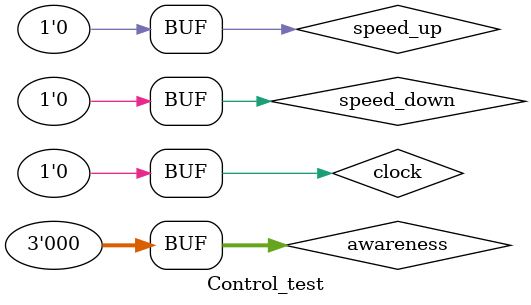
<source format=v>
`timescale 1ns / 1ps


module Control_test;

	// Inputs
	reg [2:0] awareness;
	reg speed_up;
	reg speed_down;
	reg clock;

	// Outputs
	wire [2:0] fuel;
	wire [7:0] c_speed;
	wire [7:0] speed;
	wire brake;
	wire EQ;
	wire L;
	wire G;

	// Instantiate the Unit Under Test (UUT)
	Control uut (
		.c_speed(c_speed), 
		.speed(speed), 
		.awareness(awareness), 
		.speed_up(speed_up), 
		.speed_down(speed_down), 
		.clock(clock), 
		.fuel(fuel), 
		.L(L),
		.G(G),
		.EQ(EQ),
		.brake(brake)
	);
	initial begin
	
		clock = 0;
		repeat(10000)
		#25
		clock = ~ clock;
	
	end
	initial begin

	#50
	
	speed_up = 1;
	speed_down = 0;
	
	#50
	
	speed_up = 0;
	speed_down = 0;
	
	#50
	speed_up = 1;
	speed_down = 0;
	
	#50
	
	speed_up = 0;
	speed_down = 0;
	
	#50
	
	speed_up = 0;
	speed_down = 1;
	
	#50
	
	speed_up = 0;
	speed_down = 0;
		
	#50
	
	speed_up = 0;
	speed_down = 1;
	#50
	speed_down=0;
	speed_up=0;
	
	#50
	speed_up = 0;
	speed_down = 0;
	awareness = 3'b101;
	
	#50
	
	speed_up = 0;
	speed_down=0;
	awareness = 3'b010;
	
	#50
	
	speed_up=1;
	speed_down=0;
	awareness = 3'b011;
	
	#50
	
	speed_up=0;
	speed_down=0;
	awareness = 3'b101;
	 
	#50
	speed_up=0;
	speed_down=0;
	awareness = 3'b001;
	
	#50
	speed_up=0;
	speed_down=0;
	awareness = 3'b000;
	
	
	
	end
endmodule


</source>
